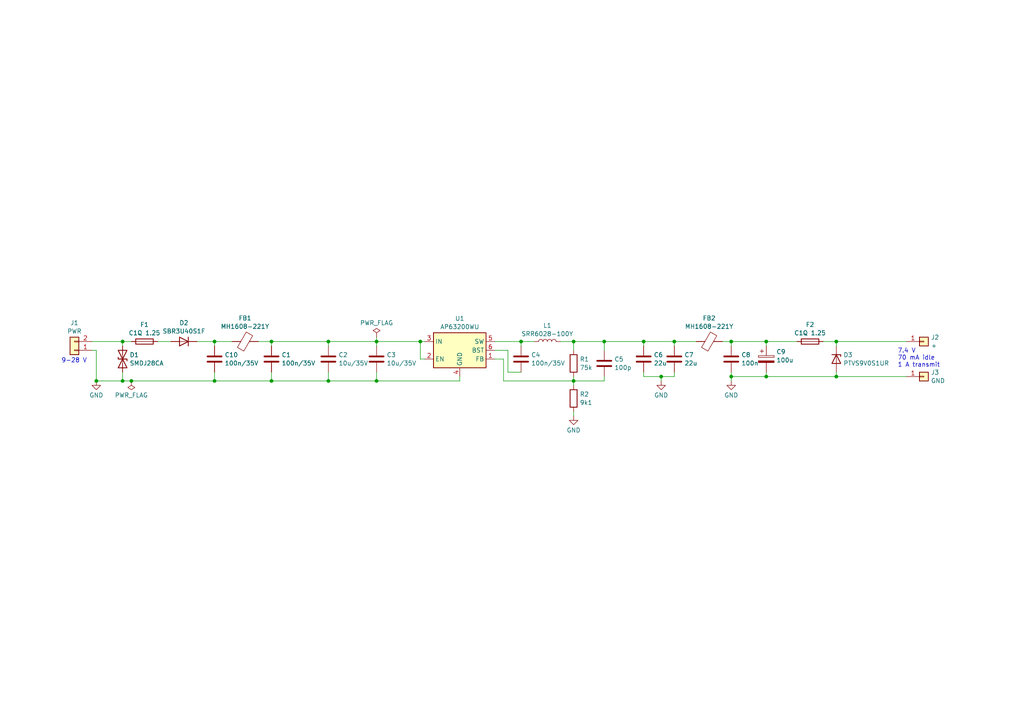
<source format=kicad_sch>
(kicad_sch (version 20231120) (generator "eeschema") (generator_version "8.0")
  (paper "A4")
  (title_block (title "Battery Eliminator for NavComm NC-55A") (date "2024-02-22") (rev "0.1") (company "Kajus") (comment 1 "7.4V / 1 A output") (comment 2 "9-28 V input"))
  (lib_symbols
    (symbol "Connector_Generic:Conn_01x01" (pin_names (offset 1.016) hide)
      (property "Reference" "J" (at 0 2.54 0))
      (property "Value" "Conn_01x01" (at 0 -2.54 0))
      (symbol "Conn_01x01_1_1"
        (rectangle (start -1.27 0.127) (end 0 -0.127) (stroke (width 0.1524)))
        (rectangle (start -1.27 1.27) (end 1.27 -1.27) (stroke (width 0.254)) (fill (type background)))
        (pin passive line (at -5.08 0 0) (length 3.81) (name "Pin_1") (number "1"))
      )
    )
    (symbol "Connector_Generic:Conn_01x02" (pin_names (offset 1.016) hide)
      (property "Reference" "J" (at 0 2.54 0))
      (property "Value" "Conn_01x02" (at 0 -5.08 0))
      (symbol "Conn_01x02_1_1"
        (rectangle (start -1.27 -2.413) (end 0 -2.667) (stroke (width 0.1524)))
        (rectangle (start -1.27 0.127) (end 0 -0.127) (stroke (width 0.1524)))
        (rectangle (start -1.27 1.27) (end 1.27 -3.81) (stroke (width 0.254)) (fill (type background)))
        (pin passive line (at -5.08 0 0) (length 3.81) (name "Pin_1") (number "1"))
        (pin passive line (at -5.08 -2.54 0) (length 3.81) (name "Pin_2") (number "2"))
      )
    )
    (symbol "Device:C" (pin_numbers hide) (pin_names (offset 0.254))
      (property "Reference" "C" (at 0.635 2.54 0))
      (property "Value" "C" (at 0.635 -2.54 0))
      (symbol "C_0_1"
        (polyline (pts (xy -2.032 -0.762) (xy 2.032 -0.762)) (stroke (width 0.508)))
        (polyline (pts (xy -2.032 0.762) (xy 2.032 0.762)) (stroke (width 0.508)))
      )
      (symbol "C_1_1"
        (pin passive line (at 0 3.81 270) (length 2.794) (name "~") (number "1"))
        (pin passive line (at 0 -3.81 90) (length 2.794) (name "~") (number "2"))
      )
    )
    (symbol "Device:C_Polarized" (pin_numbers hide) (pin_names (offset 0.254))
      (property "Reference" "C" (at 0.635 2.54 0))
      (property "Value" "C_Polarized" (at 0.635 -2.54 0))
      (symbol "C_Polarized_0_1"
        (rectangle (start -2.286 0.508) (end 2.286 1.016))
        (polyline (pts (xy -1.778 2.286) (xy -0.762 2.286)))
        (polyline (pts (xy -1.27 2.794) (xy -1.27 1.778)))
        (rectangle (start 2.286 -0.508) (end -2.286 -1.016) (fill (type outline)))
      )
      (symbol "C_Polarized_1_1"
        (pin passive line (at 0 3.81 270) (length 2.794) (name "~") (number "1"))
        (pin passive line (at 0 -3.81 90) (length 2.794) (name "~") (number "2"))
      )
    )
    (symbol "Device:D" (pin_numbers hide) (pin_names (offset 1.016) hide)
      (property "Reference" "D" (at 0 2.54 0))
      (property "Value" "D" (at 0 -2.54 0))
      (symbol "D_0_1"
        (polyline (pts (xy -1.27 1.27) (xy -1.27 -1.27)) (stroke (width 0.254)))
        (polyline (pts (xy 1.27 0) (xy -1.27 0)))
        (polyline (pts (xy 1.27 1.27) (xy 1.27 -1.27) (xy -1.27 0) (xy 1.27 1.27)) (stroke (width 0.254)))
      )
      (symbol "D_1_1"
        (pin passive line (at -3.81 0 0) (length 2.54) (name "K") (number "1"))
        (pin passive line (at 3.81 0 180) (length 2.54) (name "A") (number "2"))
      )
    )
    (symbol "Device:D_TVS" (pin_numbers hide) (pin_names (offset 1.016) hide)
      (property "Reference" "D" (at 0 2.54 0))
      (property "Value" "D_TVS" (at 0 -2.54 0))
      (symbol "D_TVS_0_1"
        (polyline (pts (xy 1.27 0) (xy -1.27 0)))
        (polyline (pts (xy 0.508 1.27) (xy 0 1.27) (xy 0 -1.27) (xy -0.508 -1.27)) (stroke (width 0.254)))
        (polyline (pts (xy -2.54 1.27) (xy -2.54 -1.27) (xy 2.54 1.27) (xy 2.54 -1.27) (xy -2.54 1.27)) (stroke (width 0.254)))
      )
      (symbol "D_TVS_1_1"
        (pin passive line (at -3.81 0 0) (length 2.54) (name "A1") (number "1"))
        (pin passive line (at 3.81 0 180) (length 2.54) (name "A2") (number "2"))
      )
    )
    (symbol "Device:D_Zener" (pin_numbers hide) (pin_names (offset 1.016) hide)
      (property "Reference" "D" (at 0 2.54 0))
      (property "Value" "D_Zener" (at 0 -2.54 0))
      (symbol "D_Zener_0_1"
        (polyline (pts (xy 1.27 0) (xy -1.27 0)))
        (polyline (pts (xy -1.27 -1.27) (xy -1.27 1.27) (xy -0.762 1.27)) (stroke (width 0.254)))
        (polyline (pts (xy 1.27 -1.27) (xy 1.27 1.27) (xy -1.27 0) (xy 1.27 -1.27)) (stroke (width 0.254)))
      )
      (symbol "D_Zener_1_1"
        (pin passive line (at -3.81 0 0) (length 2.54) (name "K") (number "1"))
        (pin passive line (at 3.81 0 180) (length 2.54) (name "A") (number "2"))
      )
    )
    (symbol "Device:FerriteBead" (pin_numbers hide) (pin_names (offset 0))
      (property "Reference" "FB" (at -3.81 0.635 90))
      (property "Value" "FerriteBead" (at 3.81 0 90))
      (symbol "FerriteBead_0_1"
        (polyline (pts (xy 0 -1.27) (xy 0 -1.2192)))
        (polyline (pts (xy 0 1.27) (xy 0 1.2954)))
        (polyline (pts (xy -2.7686 0.4064) (xy -1.7018 2.2606) (xy 2.7686 -0.3048) (xy 1.6764 -2.159) (xy -2.7686 0.4064)))
      )
      (symbol "FerriteBead_1_1"
        (pin passive line (at 0 3.81 270) (length 2.54) (name "~") (number "1"))
        (pin passive line (at 0 -3.81 90) (length 2.54) (name "~") (number "2"))
      )
    )
    (symbol "Device:Fuse" (pin_numbers hide) (pin_names (offset 0))
      (property "Reference" "F" (at 2.032 0 90))
      (property "Value" "Fuse" (at -1.905 0 90))
      (symbol "Fuse_0_1"
        (rectangle (start -0.762 -2.54) (end 0.762 2.54) (stroke (width 0.254)))
        (polyline (pts (xy 0 2.54) (xy 0 -2.54)))
      )
      (symbol "Fuse_1_1"
        (pin passive line (at 0 3.81 270) (length 1.27) (name "~") (number "1"))
        (pin passive line (at 0 -3.81 90) (length 1.27) (name "~") (number "2"))
      )
    )
    (symbol "Device:L" (pin_numbers hide) (pin_names (offset 1.016) hide)
      (property "Reference" "L" (at -1.27 0 90))
      (property "Value" "L" (at 1.905 0 90))
      (symbol "L_0_1"
        (arc (start 0 -2.54) (mid 0.6323 -1.905) (end 0 -1.27))
        (arc (start 0 -1.27) (mid 0.6323 -0.635) (end 0 0))
        (arc (start 0 0) (mid 0.6323 0.635) (end 0 1.27))
        (arc (start 0 1.27) (mid 0.6323 1.905) (end 0 2.54))
      )
      (symbol "L_1_1"
        (pin passive line (at 0 3.81 270) (length 1.27) (name "1") (number "1"))
        (pin passive line (at 0 -3.81 90) (length 1.27) (name "2") (number "2"))
      )
    )
    (symbol "Device:R" (pin_numbers hide) (pin_names (offset 0))
      (property "Reference" "R" (at 2.032 0 90))
      (property "Value" "R" (at 0 0 90))
      (symbol "R_0_1"
        (rectangle (start -1.016 -2.54) (end 1.016 2.54) (stroke (width 0.254)))
      )
      (symbol "R_1_1"
        (pin passive line (at 0 3.81 270) (length 1.27) (name "~") (number "1"))
        (pin passive line (at 0 -3.81 90) (length 1.27) (name "~") (number "2"))
      )
    )
    (symbol "Regulator_Switching:AP63200WU"
      (property "Reference" "U" (at -7.62 6.35 0))
      (property "Value" "AP63200WU" (at 2.54 6.35 0))
      (symbol "AP63200WU_0_1"
        (rectangle (start -7.62 5.08) (end 7.62 -5.08) (stroke (width 0.254)) (fill (type background)))
      )
      (symbol "AP63200WU_1_1"
        (pin input line (at 10.16 -2.54 180) (length 2.54) (name "FB") (number "1"))
        (pin input line (at -10.16 -2.54 0) (length 2.54) (name "EN") (number "2"))
        (pin power_in line (at -10.16 2.54 0) (length 2.54) (name "IN") (number "3"))
        (pin power_in line (at 0 -7.62 90) (length 2.54) (name "GND") (number "4"))
        (pin output line (at 10.16 2.54 180) (length 2.54) (name "SW") (number "5"))
        (pin passive line (at 10.16 0 180) (length 2.54) (name "BST") (number "6"))
      )
    )
    (symbol "power:GND" (power) (pin_numbers hide) (pin_names (offset 0) hide)
      (property "Value" "GND" (at 0 -3.81 0))
      (symbol "GND_0_1"
        (polyline (pts (xy 0 0) (xy 0 -1.27) (xy 1.27 -1.27) (xy 0 -2.54) (xy -1.27 -1.27) (xy 0 -1.27)))
      )
      (symbol "GND_1_1"
        (pin power_in line (at 0 0 270) (length 0) (name "~") (number "1"))
      )
    )
    (symbol "power:PWR_FLAG" (power) (pin_numbers hide) (pin_names (offset 0) hide)
      (property "Value" "PWR_FLAG" (at 0 3.81 0))
      (symbol "PWR_FLAG_0_0"
        (pin power_out line (at 0 0 90) (length 0) (name "~") (number "1"))
      )
      (symbol "PWR_FLAG_0_1"
        (polyline (pts (xy 0 0) (xy 0 1.27) (xy -1.016 1.905) (xy 0 2.54) (xy 1.016 1.905) (xy 0 1.27)))
      )
    )
  )
  (junction (at 195.58 99.06))
  (junction (at 175.26 99.06))
  (junction (at 78.74 99.06))
  (junction (at 121.92 99.06))
  (junction (at 95.25 110.49))
  (junction (at 78.74 110.49))
  (junction (at 242.57 99.06))
  (junction (at 222.25 109.22))
  (junction (at 212.09 99.06))
  (junction (at 166.37 110.49))
  (junction (at 27.94 110.49))
  (junction (at 62.23 99.06))
  (junction (at 166.37 99.06))
  (junction (at 212.09 109.22))
  (junction (at 191.77 109.22))
  (junction (at 95.25 99.06))
  (junction (at 109.22 110.49))
  (junction (at 35.56 110.49))
  (junction (at 38.1 110.49))
  (junction (at 186.69 99.06))
  (junction (at 151.13 99.06))
  (junction (at 109.22 99.06))
  (junction (at 242.57 109.22))
  (junction (at 62.23 110.49))
  (junction (at 35.56 99.06))
  (junction (at 222.25 99.06))
  (wire (pts (xy 166.37 99.06) (xy 166.37 101.6)))
  (wire (pts (xy 195.58 109.22) (xy 195.58 107.95)))
  (wire (pts (xy 146.05 110.49) (xy 166.37 110.49)))
  (wire (pts (xy 78.74 99.06) (xy 95.25 99.06)))
  (wire (pts (xy 109.22 99.06) (xy 109.22 100.33)))
  (wire (pts (xy 147.32 101.6) (xy 147.32 107.95)))
  (wire (pts (xy 175.26 110.49) (xy 175.26 109.22)))
  (wire (pts (xy 186.69 99.06) (xy 195.58 99.06)))
  (wire (pts (xy 62.23 110.49) (xy 78.74 110.49)))
  (wire (pts (xy 109.22 110.49) (xy 109.22 107.95)))
  (wire (pts (xy 38.1 110.49) (xy 62.23 110.49)))
  (wire (pts (xy 143.51 101.6) (xy 147.32 101.6)))
  (wire (pts (xy 35.56 107.95) (xy 35.56 110.49)))
  (wire (pts (xy 109.22 97.79) (xy 109.22 99.06)))
  (wire (pts (xy 242.57 99.06) (xy 242.57 100.33)))
  (wire (pts (xy 242.57 107.95) (xy 242.57 109.22)))
  (wire (pts (xy 238.76 99.06) (xy 242.57 99.06)))
  (wire (pts (xy 109.22 99.06) (xy 121.92 99.06)))
  (wire (pts (xy 35.56 99.06) (xy 38.1 99.06)))
  (wire (pts (xy 242.57 109.22) (xy 262.89 109.22)))
  (wire (pts (xy 186.69 109.22) (xy 186.69 107.95)))
  (wire (pts (xy 212.09 109.22) (xy 222.25 109.22)))
  (wire (pts (xy 191.77 109.22) (xy 186.69 109.22)))
  (wire (pts (xy 166.37 119.38) (xy 166.37 120.65)))
  (wire (pts (xy 175.26 99.06) (xy 175.26 101.6)))
  (wire (pts (xy 95.25 110.49) (xy 95.25 107.95)))
  (wire (pts (xy 95.25 99.06) (xy 95.25 100.33)))
  (wire (pts (xy 166.37 99.06) (xy 175.26 99.06)))
  (wire (pts (xy 222.25 109.22) (xy 242.57 109.22)))
  (wire (pts (xy 45.72 99.06) (xy 49.53 99.06)))
  (wire (pts (xy 212.09 109.22) (xy 212.09 107.95)))
  (wire (pts (xy 123.19 104.14) (xy 121.92 104.14)))
  (wire (pts (xy 78.74 99.06) (xy 78.74 100.33)))
  (wire (pts (xy 27.94 101.6) (xy 26.67 101.6)))
  (wire (pts (xy 62.23 99.06) (xy 62.23 100.33)))
  (wire (pts (xy 151.13 99.06) (xy 154.94 99.06)))
  (wire (pts (xy 212.09 99.06) (xy 212.09 100.33)))
  (wire (pts (xy 35.56 110.49) (xy 38.1 110.49)))
  (wire (pts (xy 27.94 110.49) (xy 27.94 101.6)))
  (wire (pts (xy 78.74 107.95) (xy 78.74 110.49)))
  (wire (pts (xy 78.74 110.49) (xy 95.25 110.49)))
  (wire (pts (xy 222.25 107.95) (xy 222.25 109.22)))
  (wire (pts (xy 212.09 110.49) (xy 212.09 109.22)))
  (wire (pts (xy 195.58 99.06) (xy 201.93 99.06)))
  (wire (pts (xy 166.37 109.22) (xy 166.37 110.49)))
  (wire (pts (xy 242.57 99.06) (xy 262.89 99.06)))
  (wire (pts (xy 35.56 99.06) (xy 35.56 100.33)))
  (wire (pts (xy 133.35 109.22) (xy 133.35 110.49)))
  (wire (pts (xy 121.92 99.06) (xy 123.19 99.06)))
  (wire (pts (xy 74.93 99.06) (xy 78.74 99.06)))
  (wire (pts (xy 222.25 99.06) (xy 222.25 100.33)))
  (wire (pts (xy 121.92 104.14) (xy 121.92 99.06)))
  (wire (pts (xy 146.05 104.14) (xy 143.51 104.14)))
  (wire (pts (xy 212.09 99.06) (xy 222.25 99.06)))
  (wire (pts (xy 57.15 99.06) (xy 62.23 99.06)))
  (wire (pts (xy 147.32 107.95) (xy 151.13 107.95)))
  (wire (pts (xy 175.26 99.06) (xy 186.69 99.06)))
  (wire (pts (xy 195.58 99.06) (xy 195.58 100.33)))
  (wire (pts (xy 26.67 99.06) (xy 35.56 99.06)))
  (wire (pts (xy 62.23 107.95) (xy 62.23 110.49)))
  (wire (pts (xy 151.13 99.06) (xy 151.13 100.33)))
  (wire (pts (xy 162.56 99.06) (xy 166.37 99.06)))
  (wire (pts (xy 186.69 99.06) (xy 186.69 100.33)))
  (wire (pts (xy 222.25 99.06) (xy 231.14 99.06)))
  (wire (pts (xy 146.05 110.49) (xy 146.05 104.14)))
  (wire (pts (xy 209.55 99.06) (xy 212.09 99.06)))
  (wire (pts (xy 62.23 99.06) (xy 67.31 99.06)))
  (wire (pts (xy 166.37 110.49) (xy 175.26 110.49)))
  (wire (pts (xy 95.25 110.49) (xy 109.22 110.49)))
  (wire (pts (xy 143.51 99.06) (xy 151.13 99.06)))
  (wire (pts (xy 109.22 110.49) (xy 133.35 110.49)))
  (wire (pts (xy 191.77 110.49) (xy 191.77 109.22)))
  (wire (pts (xy 166.37 110.49) (xy 166.37 111.76)))
  (wire (pts (xy 191.77 109.22) (xy 195.58 109.22)))
  (wire (pts (xy 109.22 99.06) (xy 95.25 99.06)))
  (wire (pts (xy 27.94 110.49) (xy 35.56 110.49)))
  (text "9-28 V" (at 17.78 105.41 0) (effects (font (size 1.27 1.27)) (justify left bottom)))
  (text "7.4 V\n70 mA idle\n1 A transmit" (at 260.35 106.68 0) (effects (font (size 1.27 1.27)) (justify left bottom)))
  (symbol (lib_id "Device:C") (at 151.13 104.14 180) (unit 1)
    (property "Reference" "C4" (at 154.051 102.9279 0) (effects (justify right)))
    (property "Value" "100n/35V" (at 154.051 105.3521 0) (effects (justify right)))
    (property "Footprint" "Capacitor_SMD:C_0603_1608Metric" (effects (hide yes)))
  )
  (symbol (lib_id "Device:Fuse") (at 234.95 99.06 90) (unit 1)
    (property "Reference" "F2" (at 234.95 94.1537 90))
    (property "Value" " C1Q 1.25 " (at 234.95 96.5779 90))
    (property "Footprint" "Fuse:Fuse_1206_3216Metric" (effects (hide yes)))
    (property "Link" "https://cz.mouser.com/ProductDetail/Bel-Fuse/C1Q-1.25?qs=MvPYbBWWJyvFJCS8UIAArQ%3D%3D" (effects (hide yes)))
    (property "Manufacturer" "bel" (effects (hide yes)))
    (property "Mouser number" "530-C1Q1.25 " (effects (hide yes)))
  )
  (symbol (lib_id "Device:R") (at 166.37 105.41 0) (unit 1)
    (property "Reference" "R1" (at 168.148 104.1979 0) (effects (justify left)))
    (property "Value" "75k" (at 168.148 106.6221 0) (effects (justify left)))
    (property "Footprint" "Resistor_SMD:R_0603_1608Metric" (effects (hide yes)))
  )
  (symbol (lib_id "Device:C") (at 95.25 104.14 0) (unit 1)
    (property "Reference" "C2" (at 98.171 102.9279 0) (effects (justify left)))
    (property "Value" "10u/35V" (at 98.171 105.3521 0) (effects (justify left)))
    (property "Footprint" "Capacitor_SMD:C_1206_3216Metric" (effects (hide yes)))
    (property "Link" "https://cz.mouser.com/ProductDetail/187-CL31B106KBHNNNE" (effects (hide yes)))
    (property "Manufacturer" "Samsung" (effects (hide yes)))
    (property "Mouser number" " 187-CL31B106KBHNNNE " (effects (hide yes)))
  )
  (symbol (lib_id "Device:C") (at 175.26 105.41 0) (unit 1)
    (property "Reference" "C5" (at 178.181 104.1979 0) (effects (justify left)))
    (property "Value" "100p" (at 178.181 106.6221 0) (effects (justify left)))
    (property "Footprint" "Capacitor_SMD:C_0603_1608Metric" (effects (hide yes)))
    (property "Link" "https://cz.mouser.com/ProductDetail/80-C0603C101J1G" (effects (hide yes)))
    (property "Manufacturer" "Kemet" (effects (hide yes)))
    (property "Mouser number" " 80-C0603C101J1G " (effects (hide yes)))
  )
  (symbol (lib_id "Device:C") (at 195.58 104.14 0) (unit 1)
    (property "Reference" "C7" (at 198.501 102.9279 0) (effects (justify left)))
    (property "Value" "22u" (at 198.501 105.3521 0) (effects (justify left)))
    (property "Footprint" "Capacitor_SMD:C_0805_2012Metric" (effects (hide yes)))
    (property "Link" "https://cz.mouser.com/ProductDetail/81-GRM21BR61E226ME4L" (effects (hide yes)))
    (property "Manufacturer" "Murata" (effects (hide yes)))
    (property "Mouser number" " 81-GRM21BR61E226ME4L " (effects (hide yes)))
  )
  (symbol (lib_id "Regulator_Switching:AP63200WU") (at 133.35 101.6 0) (unit 1)
    (property "Reference" "U1" (at 133.35 92.3757 0))
    (property "Value" "AP63200WU" (at 133.35 94.7999 0))
    (property "Footprint" "Package_TO_SOT_SMD:TSOT-23-6" (effects (hide yes)))
    (property "Datasheet" "https://www.diodes.com/assets/Datasheets/AP63200-AP63201-AP63203-AP63205.pdf" (effects (hide yes)))
    (property "Manufacturer" "Diodes Incorporated" (effects (hide yes)))
    (property "Link" "https://cz.mouser.com/ProductDetail/Diodes-Incorporated/AP63200WU-7?qs=u16ybLDytRZrauj7eRB5tw%3D%3D" (effects (hide yes)))
    (property "Mouser number" " 621-AP63200WU-7" (effects (hide yes)))
  )
  (symbol (lib_id "Device:FerriteBead") (at 71.12 99.06 90) (unit 1)
    (property "Reference" "FB1" (at 71.0692 92.2741 90))
    (property "Value" " MH1608-221Y " (at 71.0692 94.6983 90))
    (property "Footprint" "Inductor_SMD:L_0603_1608Metric" (effects (hide yes)))
    (property "Link" "https://cz.mouser.com/ProductDetail/Bourns/MH1608-221Y?qs=aqFbwuCjQom%252B0usihgm4Lw%3D%3D" (effects (hide yes)))
    (property "Manufacturer" "Bourns" (effects (hide yes)))
    (property "Mouser number" " 652-MH1608-221Y" (effects (hide yes)))
  )
  (symbol (lib_id "power:GND") (at 191.77 110.49 0) (unit 1)
    (property "Reference" "#PWR03" (effects (hide yes)))
    (property "Value" "GND" (at 191.77 114.6231 0))
  )
  (symbol (lib_id "Device:R") (at 166.37 115.57 0) (unit 1)
    (property "Reference" "R2" (at 168.148 114.3579 0) (effects (justify left)))
    (property "Value" "9k1" (at 168.148 116.7821 0) (effects (justify left)))
    (property "Footprint" "Resistor_SMD:R_0603_1608Metric" (effects (hide yes)))
  )
  (symbol (lib_id "power:PWR_FLAG") (at 38.1 110.49 180) (unit 1)
    (property "Reference" "#FLG02" (effects (hide yes)))
    (property "Value" "PWR_FLAG" (at 38.1 114.6231 0))
  )
  (symbol (lib_id "Device:C") (at 212.09 104.14 0) (unit 1)
    (property "Reference" "C8" (at 215.011 102.9279 0) (effects (justify left)))
    (property "Value" "100n" (at 215.011 105.3521 0) (effects (justify left)))
    (property "Footprint" "Capacitor_SMD:C_0603_1608Metric" (effects (hide yes)))
  )
  (symbol (lib_id "Device:L") (at 158.75 99.06 90) (unit 1)
    (property "Reference" "L1" (at 158.75 94.4104 90))
    (property "Value" "SRR6028-100Y" (at 158.75 96.8346 90))
    (property "Footprint" "Inductor_SMD:L_Cenker_CKCS8040" (effects (hide yes)))
    (property "Link" "https://cz.mouser.com/ProductDetail/Bourns/SRR6028-100Y?qs=s%252BX%2FYkvGCpGEVgLF0%2FubXw%3D%3D" (effects (hide yes)))
    (property "Manufacturer" "Bourns" (effects (hide yes)))
    (property "Mouser number" "652-SRR6028-100Y " (effects (hide yes)))
  )
  (symbol (lib_id "Device:C") (at 109.22 104.14 0) (unit 1)
    (property "Reference" "C3" (at 112.141 102.9279 0) (effects (justify left)))
    (property "Value" "10u/35V" (at 112.141 105.3521 0) (effects (justify left)))
    (property "Footprint" "Capacitor_SMD:C_1206_3216Metric" (effects (hide yes)))
    (property "Link" "https://cz.mouser.com/ProductDetail/187-CL31B106KBHNNNE" (effects (hide yes)))
    (property "Manufacturer" "Samsung" (effects (hide yes)))
    (property "Mouser number" " 187-CL31B106KBHNNNE " (effects (hide yes)))
  )
  (symbol (lib_id "Device:D_TVS") (at 35.56 104.14 90) (unit 1)
    (property "Reference" "D1" (at 37.592 102.9279 90) (effects (justify right)))
    (property "Value" "SMDJ28CA" (at 37.592 105.3521 90) (effects (justify right)))
    (property "Footprint" "Diode_SMD:D_SMC" (effects (hide yes)))
    (property "Link" "https://cz.mouser.com/ProductDetail/Littelfuse/SMDJ28CA?qs=zL8PTTxXkF23J8L0l1MA4w%3D%3D" (effects (hide yes)))
    (property "Manufacturer" "LittleFuse" (effects (hide yes)))
    (property "Mouser number" "576-SMDJ28CA " (effects (hide yes)))
  )
  (symbol (lib_id "Device:C") (at 62.23 104.14 0) (unit 1)
    (property "Reference" "C10" (at 65.151 102.9279 0) (effects (justify left)))
    (property "Value" "100n/35V" (at 65.151 105.3521 0) (effects (justify left)))
    (property "Footprint" "Capacitor_SMD:C_0603_1608Metric" (effects (hide yes)))
  )
  (symbol (lib_id "Connector_Generic:Conn_01x01") (at 267.97 99.06 0) (unit 1)
    (property "Reference" "J2" (at 270.002 97.8479 0) (effects (justify left)))
    (property "Value" "+" (at 270.002 100.2721 0) (effects (justify left)))
    (property "Footprint" "TestPoint:TestPoint_Pad_D3.0mm" (effects (hide yes)))
  )
  (symbol (lib_id "power:GND") (at 166.37 120.65 0) (unit 1)
    (property "Reference" "#PWR02" (effects (hide yes)))
    (property "Value" "GND" (at 166.37 124.7831 0))
  )
  (symbol (lib_id "power:GND") (at 27.94 110.49 0) (unit 1)
    (property "Reference" "#PWR01" (effects (hide yes)))
    (property "Value" "GND" (at 27.94 114.6231 0))
  )
  (symbol (lib_id "power:PWR_FLAG") (at 109.22 97.79 0) (unit 1)
    (property "Reference" "#FLG01" (effects (hide yes)))
    (property "Value" "PWR_FLAG" (at 109.22 93.6569 0))
  )
  (symbol (lib_id "Device:C") (at 186.69 104.14 0) (unit 1)
    (property "Reference" "C6" (at 189.611 102.9279 0) (effects (justify left)))
    (property "Value" "22u" (at 189.611 105.3521 0) (effects (justify left)))
    (property "Footprint" "Capacitor_SMD:C_0805_2012Metric" (effects (hide yes)))
    (property "Link" "https://cz.mouser.com/ProductDetail/81-GRM21BR61E226ME4L" (effects (hide yes)))
    (property "Manufacturer" "Murata" (effects (hide yes)))
    (property "Mouser number" " 81-GRM21BR61E226ME4L " (effects (hide yes)))
  )
  (symbol (lib_id "Device:D") (at 53.34 99.06 180) (unit 1)
    (property "Reference" "D2" (at 53.34 93.6457 0))
    (property "Value" "SBR3U40S1F" (at 53.34 96.0699 0))
    (property "Footprint" "Diode_SMD:D_SOD-123F" (effects (hide yes)))
    (property "Link" "https://cz.mouser.com/ProductDetail/Diodes-Incorporated/SBR3U40S1F-7?qs=HXFqYaX1Q2yP2B8FJNWOhg%3D%3D" (effects (hide yes)))
    (property "Manufacturer" "Diodes" (effects (hide yes)))
    (property "Mouser number" "621-SBR3U40S1F-7 " (effects (hide yes)))
  )
  (symbol (lib_id "Device:FerriteBead") (at 205.74 99.06 90) (unit 1)
    (property "Reference" "FB2" (at 205.6892 92.2741 90))
    (property "Value" " MH1608-221Y " (at 205.6892 94.6983 90))
    (property "Footprint" "Inductor_SMD:L_0603_1608Metric" (effects (hide yes)))
    (property "Link" "https://cz.mouser.com/ProductDetail/Bourns/MH1608-221Y?qs=aqFbwuCjQom%252B0usihgm4Lw%3D%3D" (effects (hide yes)))
    (property "Manufacturer" "Bourns" (effects (hide yes)))
    (property "Mouser number" " 652-MH1608-221Y" (effects (hide yes)))
  )
  (symbol (lib_id "Device:Fuse") (at 41.91 99.06 90) (unit 1)
    (property "Reference" "F1" (at 41.91 94.1537 90))
    (property "Value" " C1Q 1.25 " (at 41.91 96.5779 90))
    (property "Footprint" "Fuse:Fuse_1206_3216Metric" (effects (hide yes)))
    (property "Link" "https://cz.mouser.com/ProductDetail/Bel-Fuse/C1Q-1.25?qs=MvPYbBWWJyvFJCS8UIAArQ%3D%3D" (effects (hide yes)))
    (property "Manufacturer" "bel" (effects (hide yes)))
    (property "Mouser number" "530-C1Q1.25 " (effects (hide yes)))
  )
  (symbol (lib_id "Connector_Generic:Conn_01x01") (at 267.97 109.22 0) (unit 1)
    (property "Reference" "J3" (at 270.002 108.0079 0) (effects (justify left)))
    (property "Value" "GND" (at 270.002 110.4321 0) (effects (justify left)))
    (property "Footprint" "TestPoint:TestPoint_Pad_D3.0mm" (effects (hide yes)))
  )
  (symbol (lib_id "Device:C_Polarized") (at 222.25 104.14 0) (unit 1)
    (property "Reference" "C9" (at 225.171 102.0389 0) (effects (justify left)))
    (property "Value" "100u" (at 225.171 104.4631 0) (effects (justify left)))
    (property "Footprint" "Capacitor_Tantalum_SMD:CP_EIA-7343-30_AVX-N" (effects (hide yes)))
    (property "Link" "https://cz.mouser.com/ProductDetail/KYOCERA-AVX/TAJD107M016RNJ?qs=min0%252Bk%2FlUAbDlIcbZFGqeQ%3D%3D" (effects (hide yes)))
    (property "Manufacturer" "Kyocera" (effects (hide yes)))
    (property "Mouser number" "581-TAJD107M016R" (effects (hide yes)))
  )
  (symbol (lib_id "Device:D_Zener") (at 242.57 104.14 270) (unit 1)
    (property "Reference" "D3" (at 244.602 102.9278 90) (effects (justify left)))
    (property "Value" "PTVS9V0S1UR" (at 244.602 105.3521 90) (effects (justify left)))
    (property "Footprint" "Diode_SMD:D_SOD-123" (effects (hide yes)))
    (property "Description" "Zener diode" (effects (hide yes)))
  )
  (symbol (lib_id "power:GND") (at 212.09 110.49 0) (unit 1)
    (property "Reference" "#PWR04" (effects (hide yes)))
    (property "Value" "GND" (at 212.09 114.6231 0))
  )
  (symbol (lib_id "Connector_Generic:Conn_01x02") (at 21.59 101.6 180) (unit 1)
    (property "Reference" "J1" (at 21.59 93.6457 0))
    (property "Value" "PWR" (at 21.59 96.0699 0))
    (property "Footprint" "Connector_Phoenix_MC:PhoenixContact_MCV_1,5_2-G-3.81_1x02_P3.81mm_Vertical" (effects (hide yes)))
  )
  (symbol (lib_id "Device:C") (at 78.74 104.14 0) (unit 1)
    (property "Reference" "C1" (at 81.661 102.9279 0) (effects (justify left)))
    (property "Value" "100n/35V" (at 81.661 105.3521 0) (effects (justify left)))
    (property "Footprint" "Capacitor_SMD:C_0603_1608Metric" (effects (hide yes)))
  )
)
</source>
